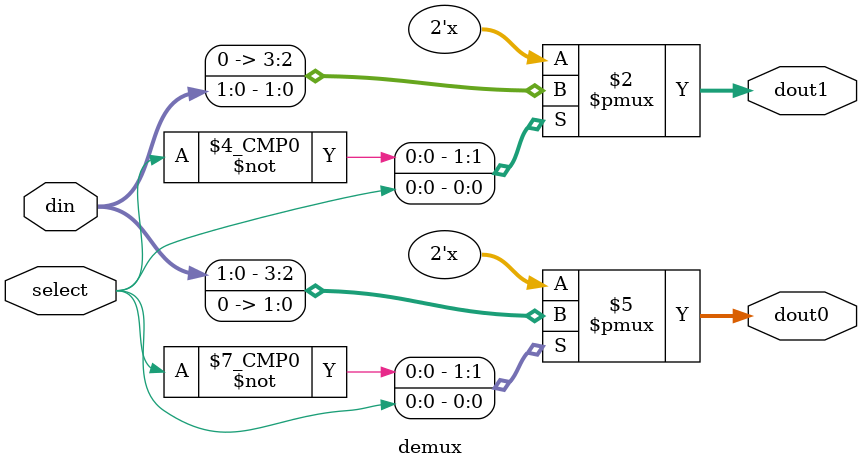
<source format=sv>
module demux #(
    parameter DATA_WIDTH = 2
) (
    input logic [DATA_WIDTH-1:0] din,
    input logic select,
    output logic [DATA_WIDTH-1:0] dout0,
    output logic [DATA_WIDTH-1:0] dout1
);

always_comb begin : demultiplexer
    unique case (select)

    1'b0 : begin
        dout0 = din;
        dout1 = 0;
    end

    1'b1 : begin
        dout0 = 0;
        dout1 = din;
    end  
    endcase  
end
endmodule : demux
</source>
